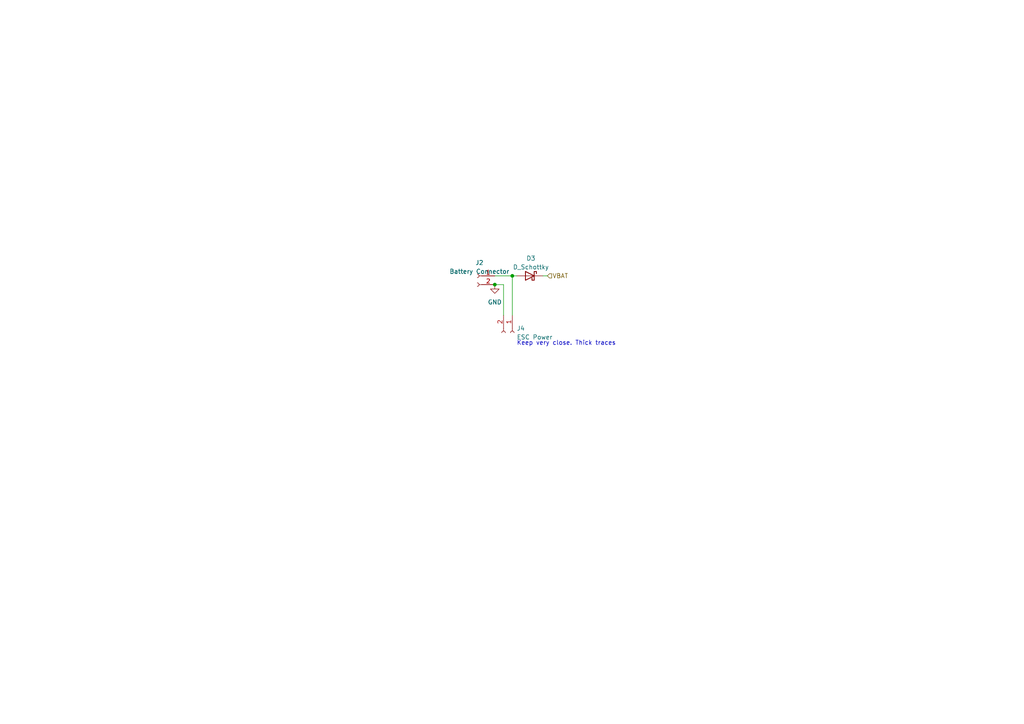
<source format=kicad_sch>
(kicad_sch (version 20230121) (generator eeschema)
  (paper "A4")
  (lib_symbols
    (symbol "Connector:Conn_01x02_Female" (pin_names (offset 1.016) hide)
      (property "Reference" "J" (at 0 2.54 0))
      (property "Value" "Conn_01x02_Female" (at 0 -5.08 0))
      (symbol "Conn_01x02_Female_1_1"
        (arc (start 0 -2.032) (mid -0.5058 -2.54) (end 0 -3.048) (stroke (width 0.1524)))
        (polyline (pts (xy -1.27 -2.54) (xy -0.508 -2.54)) (stroke (width 0.1524)))
        (polyline (pts (xy -1.27 0) (xy -0.508 0)) (stroke (width 0.1524)))
        (arc (start 0 0.508) (mid -0.5058 0) (end 0 -0.508) (stroke (width 0.1524)))
        (pin passive line (at -5.08 0 0) (length 3.81) (name "Pin_1") (number "1"))
        (pin passive line (at -5.08 -2.54 0) (length 3.81) (name "Pin_2") (number "2"))
      )
    )
    (symbol "Device:D_Schottky" (pin_numbers hide) (pin_names (offset 1.016) hide)
      (property "Reference" "D" (at 0 2.54 0))
      (property "Value" "D_Schottky" (at 0 -2.54 0))
      (symbol "D_Schottky_0_1"
        (polyline (pts (xy 1.27 0) (xy -1.27 0)))
        (polyline (pts (xy 1.27 1.27) (xy 1.27 -1.27) (xy -1.27 0) (xy 1.27 1.27)) (stroke (width 0.254)))
        (polyline (pts (xy -1.905 0.635) (xy -1.905 1.27) (xy -1.27 1.27) (xy -1.27 -1.27) (xy -0.635 -1.27) (xy -0.635 -0.635)) (stroke (width 0.254)))
      )
      (symbol "D_Schottky_1_1"
        (pin passive line (at -3.81 0 0) (length 2.54) (name "K") (number "1"))
        (pin passive line (at 3.81 0 180) (length 2.54) (name "A") (number "2"))
      )
    )
    (symbol "power:GND" (power) (pin_names (offset 0))
      (property "Value" "GND" (at 0 -3.81 0))
      (symbol "GND_0_1"
        (polyline (pts (xy 0 0) (xy 0 -1.27) (xy 1.27 -1.27) (xy 0 -2.54) (xy -1.27 -1.27) (xy 0 -1.27)))
      )
      (symbol "GND_1_1"
        (pin power_in line (at 0 0 270) (length 0) hide (name "GND") (number "1"))
      )
    )
  )
  (junction (at 143.51 82.55))
  (junction (at 148.59 80.01))
  (wire (pts (xy 148.59 80.01) (xy 148.59 91.44)))
  (wire (pts (xy 143.51 80.01) (xy 148.59 80.01)))
  (wire (pts (xy 146.05 91.44) (xy 146.05 82.55)))
  (wire (pts (xy 146.05 82.55) (xy 143.51 82.55)))
  (wire (pts (xy 157.48 80.01) (xy 158.75 80.01)))
  (wire (pts (xy 149.86 80.01) (xy 148.59 80.01)))
  (text "Keep very close. Thick traces" (at 149.86 100.33 0) (effects (font (size 1.27 1.27)) (justify left bottom)))
  (hierarchical_label "VBAT" (shape input) (at 158.75 80.01 0))
  (symbol (lib_id "power:GND") (at 143.51 82.55 0) (unit 1)
    (property "Reference" "#PWR041" (effects hide))
    (property "Value" "GND" (at 143.51 87.63 0))
  )
  (symbol (lib_id "Device:D_Schottky") (at 153.67 80.01 0) (mirror y) (unit 1)
    (property "Reference" "D3" (at 153.9875 74.93 0))
    (property "Value" "D_Schottky" (at 153.9875 77.47 0))
    (property "Footprint" "B320A-13-F:DIOM5226X230N" (effects hide))
  )
  (symbol (lib_id "Connector:Conn_01x02_Female") (at 138.43 80.01 0) (mirror y) (unit 1)
    (property "Reference" "J2" (at 139.065 76.2 0))
    (property "Value" "Battery Connector" (at 139.065 78.74 0))
    (property "Footprint" "Connector_Wire:SolderWire-2sqmm_1x02_P7.8mm_D2mm_OD3.9mm" (effects hide))
  )
  (symbol (lib_id "Connector:Conn_01x02_Female") (at 148.59 96.52 270) (unit 1)
    (property "Reference" "J4" (at 149.86 95.25 90) (effects (justify left)))
    (property "Value" "ESC Power" (at 149.86 97.79 90) (effects (justify left)))
    (property "Footprint" "Connector_Wire:SolderWire-2sqmm_1x02_P7.8mm_D2mm_OD3.9mm" (effects hide))
  )
)
</source>
